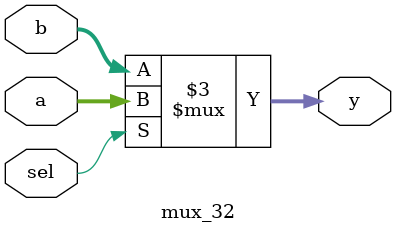
<source format=v>
`timescale 1ns / 1ps


module mux_32(
           input [31:0] a, b,
	       input  wire sel,
	       output reg [31:0] y  
	       );

   always @(a, b, sel)
     begin
        if (sel)
          y = a;
        else
          y = b;
     end
endmodule

</source>
